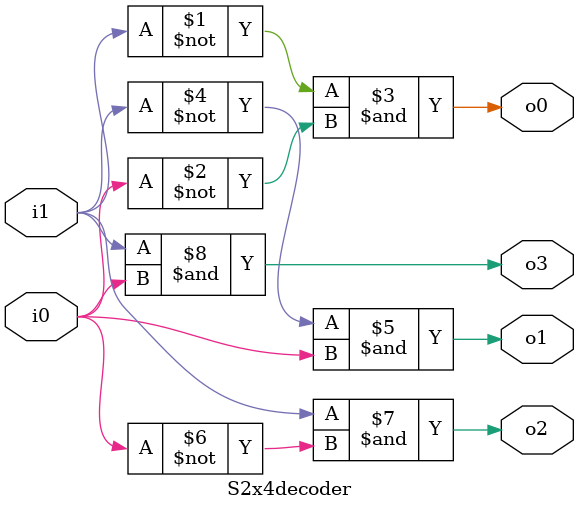
<source format=v>
`timescale 1ns / 1ps
module S2x4decoder(o0,o1,o2,o3,i0,i1
    );
input i0,i1;
output o0,o1,o2,o3;
wire o0,o1,o2,o3;
and (o0,~i1,~i0);
and (o1,~i1,i0);
and (o2,i1,~i0);
and (o3,i1,i0);
endmodule

</source>
